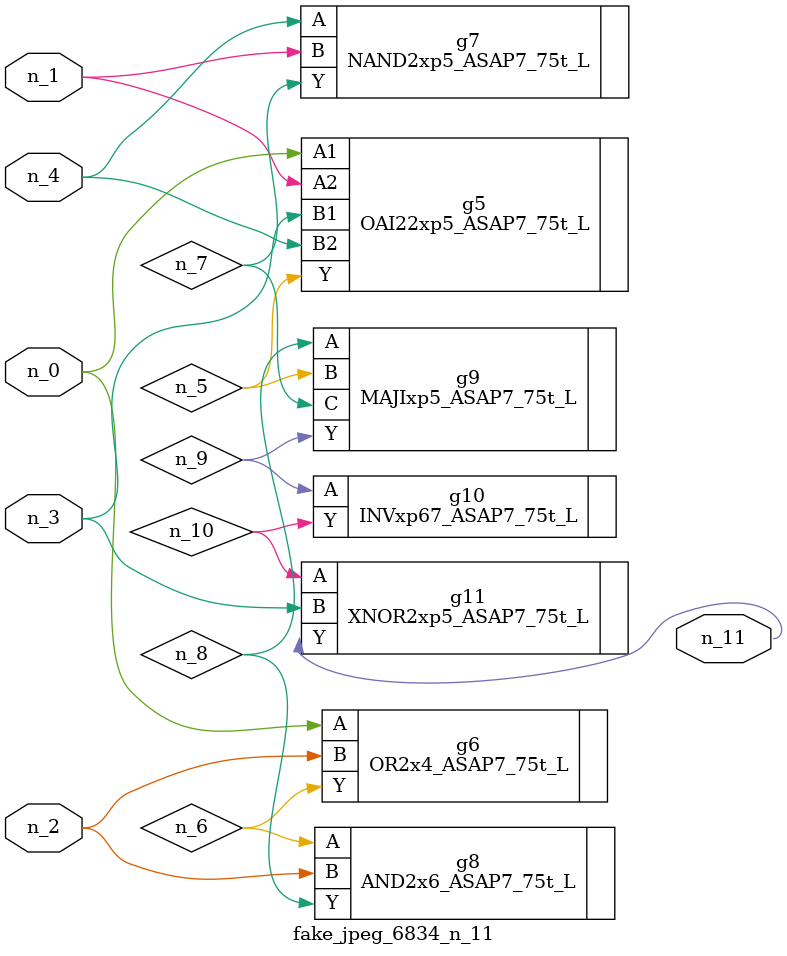
<source format=v>
module fake_jpeg_6834_n_11 (n_3, n_2, n_1, n_0, n_4, n_11);

input n_3;
input n_2;
input n_1;
input n_0;
input n_4;

output n_11;

wire n_10;
wire n_8;
wire n_9;
wire n_6;
wire n_5;
wire n_7;

OAI22xp5_ASAP7_75t_L g5 ( 
.A1(n_0),
.A2(n_1),
.B1(n_3),
.B2(n_4),
.Y(n_5)
);

OR2x4_ASAP7_75t_L g6 ( 
.A(n_0),
.B(n_2),
.Y(n_6)
);

NAND2xp5_ASAP7_75t_L g7 ( 
.A(n_4),
.B(n_1),
.Y(n_7)
);

AND2x6_ASAP7_75t_L g8 ( 
.A(n_6),
.B(n_2),
.Y(n_8)
);

MAJIxp5_ASAP7_75t_L g9 ( 
.A(n_8),
.B(n_5),
.C(n_7),
.Y(n_9)
);

INVxp67_ASAP7_75t_L g10 ( 
.A(n_9),
.Y(n_10)
);

XNOR2xp5_ASAP7_75t_L g11 ( 
.A(n_10),
.B(n_3),
.Y(n_11)
);


endmodule
</source>
